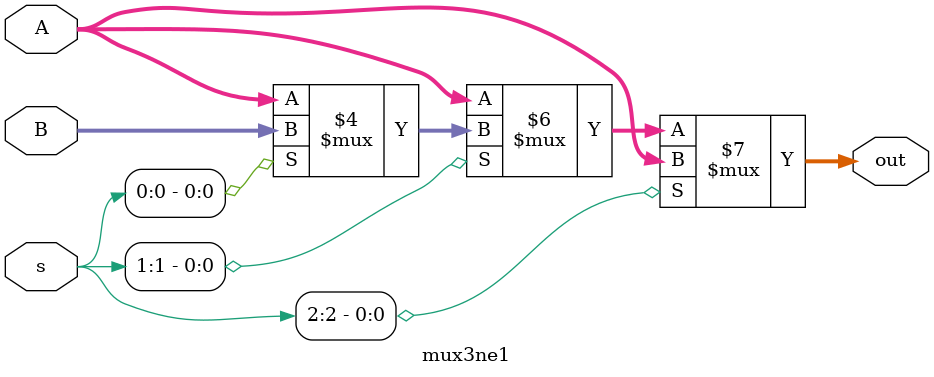
<source format=v>
`timescale 1ns / 1ps


module mux3ne1(
input wire [22:0] A, input wire [22:0] B,
input wire [2:0] s, output [22:0] out
    );
    
assign out = s[2]? (s[1]?(s[0]?A:A):(s[0]?A:A)):(s[1]?(s[0]?B:A):(s[0]?A:A));  
endmodule

</source>
